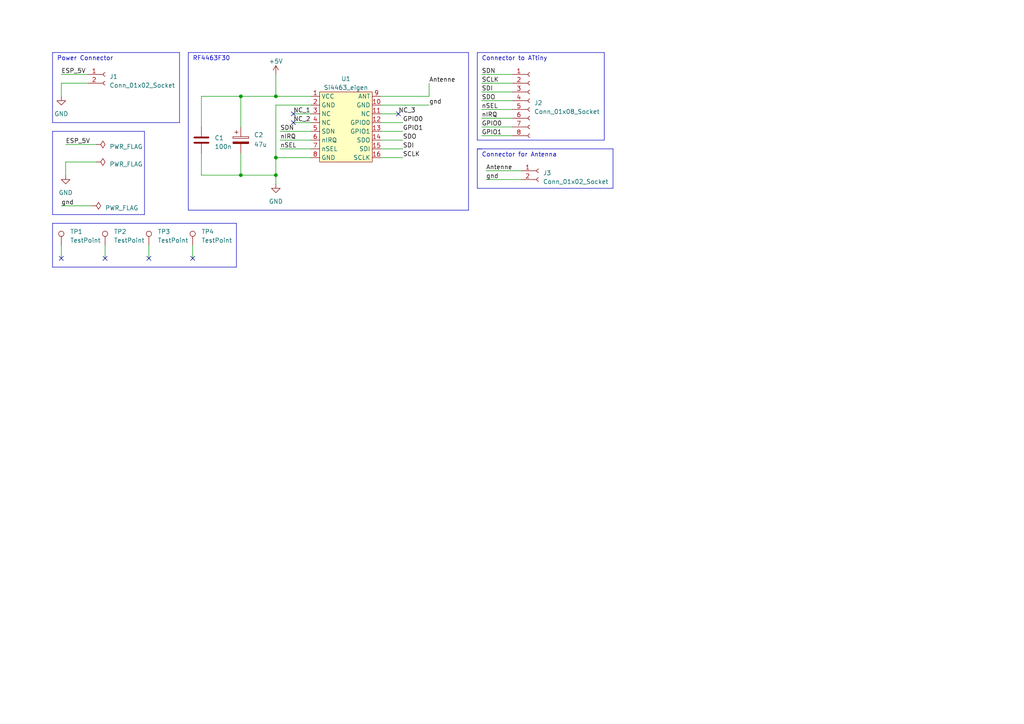
<source format=kicad_sch>
(kicad_sch (version 20230121) (generator eeschema)
  (paper "A4")
  (lib_symbols
    (symbol "Connector:Conn_01x02_Socket" (pin_names (offset 1.016) hide)
      (property "Reference" "J" (at 0 2.54 0))
      (property "Value" "Conn_01x02_Socket" (at 0 -5.08 0))
      (symbol "Conn_01x02_Socket_1_1"
        (arc (start 0 -2.032) (mid -0.5058 -2.54) (end 0 -3.048) (stroke (width 0.1524)))
        (polyline (pts (xy -1.27 -2.54) (xy -0.508 -2.54)) (stroke (width 0.1524)))
        (polyline (pts (xy -1.27 0) (xy -0.508 0)) (stroke (width 0.1524)))
        (arc (start 0 0.508) (mid -0.5058 0) (end 0 -0.508) (stroke (width 0.1524)))
        (pin passive line (at -5.08 0 0) (length 3.81) (name "Pin_1") (number "1"))
        (pin passive line (at -5.08 -2.54 0) (length 3.81) (name "Pin_2") (number "2"))
      )
    )
    (symbol "Connector:Conn_01x08_Socket" (pin_names (offset 1.016) hide)
      (property "Reference" "J" (at 0 10.16 0))
      (property "Value" "Conn_01x08_Socket" (at 0 -12.7 0))
      (symbol "Conn_01x08_Socket_1_1"
        (arc (start 0 -9.652) (mid -0.5058 -10.16) (end 0 -10.668) (stroke (width 0.1524)))
        (arc (start 0 -7.112) (mid -0.5058 -7.62) (end 0 -8.128) (stroke (width 0.1524)))
        (arc (start 0 -4.572) (mid -0.5058 -5.08) (end 0 -5.588) (stroke (width 0.1524)))
        (arc (start 0 -2.032) (mid -0.5058 -2.54) (end 0 -3.048) (stroke (width 0.1524)))
        (polyline (pts (xy -1.27 -10.16) (xy -0.508 -10.16)) (stroke (width 0.1524)))
        (polyline (pts (xy -1.27 -7.62) (xy -0.508 -7.62)) (stroke (width 0.1524)))
        (polyline (pts (xy -1.27 -5.08) (xy -0.508 -5.08)) (stroke (width 0.1524)))
        (polyline (pts (xy -1.27 -2.54) (xy -0.508 -2.54)) (stroke (width 0.1524)))
        (polyline (pts (xy -1.27 0) (xy -0.508 0)) (stroke (width 0.1524)))
        (polyline (pts (xy -1.27 2.54) (xy -0.508 2.54)) (stroke (width 0.1524)))
        (polyline (pts (xy -1.27 5.08) (xy -0.508 5.08)) (stroke (width 0.1524)))
        (polyline (pts (xy -1.27 7.62) (xy -0.508 7.62)) (stroke (width 0.1524)))
        (arc (start 0 0.508) (mid -0.5058 0) (end 0 -0.508) (stroke (width 0.1524)))
        (arc (start 0 3.048) (mid -0.5058 2.54) (end 0 2.032) (stroke (width 0.1524)))
        (arc (start 0 5.588) (mid -0.5058 5.08) (end 0 4.572) (stroke (width 0.1524)))
        (arc (start 0 8.128) (mid -0.5058 7.62) (end 0 7.112) (stroke (width 0.1524)))
        (pin passive line (at -5.08 7.62 0) (length 3.81) (name "Pin_1") (number "1"))
        (pin passive line (at -5.08 5.08 0) (length 3.81) (name "Pin_2") (number "2"))
        (pin passive line (at -5.08 2.54 0) (length 3.81) (name "Pin_3") (number "3"))
        (pin passive line (at -5.08 0 0) (length 3.81) (name "Pin_4") (number "4"))
        (pin passive line (at -5.08 -2.54 0) (length 3.81) (name "Pin_5") (number "5"))
        (pin passive line (at -5.08 -5.08 0) (length 3.81) (name "Pin_6") (number "6"))
        (pin passive line (at -5.08 -7.62 0) (length 3.81) (name "Pin_7") (number "7"))
        (pin passive line (at -5.08 -10.16 0) (length 3.81) (name "Pin_8") (number "8"))
      )
    )
    (symbol "Connector:TestPoint" (pin_numbers hide) (pin_names (offset 0.762) hide)
      (property "Reference" "TP" (at 0 6.858 0))
      (property "Value" "TestPoint" (at 0 5.08 0))
      (symbol "TestPoint_0_1"
        (circle (center 0 3.302) (radius 0.762))
      )
      (symbol "TestPoint_1_1"
        (pin passive line (at 0 0 90) (length 2.54) (name "1") (number "1"))
      )
    )
    (symbol "Device:C" (pin_numbers hide) (pin_names (offset 0.254))
      (property "Reference" "C" (at 0.635 2.54 0))
      (property "Value" "C" (at 0.635 -2.54 0))
      (symbol "C_0_1"
        (polyline (pts (xy -2.032 -0.762) (xy 2.032 -0.762)) (stroke (width 0.508)))
        (polyline (pts (xy -2.032 0.762) (xy 2.032 0.762)) (stroke (width 0.508)))
      )
      (symbol "C_1_1"
        (pin passive line (at 0 3.81 270) (length 2.794) (name "~") (number "1"))
        (pin passive line (at 0 -3.81 90) (length 2.794) (name "~") (number "2"))
      )
    )
    (symbol "Device:C_Polarized" (pin_numbers hide) (pin_names (offset 0.254))
      (property "Reference" "C" (at 0.635 2.54 0))
      (property "Value" "C_Polarized" (at 0.635 -2.54 0))
      (symbol "C_Polarized_0_1"
        (rectangle (start -2.286 0.508) (end 2.286 1.016))
        (polyline (pts (xy -1.778 2.286) (xy -0.762 2.286)))
        (polyline (pts (xy -1.27 2.794) (xy -1.27 1.778)))
        (rectangle (start 2.286 -0.508) (end -2.286 -1.016) (fill (type outline)))
      )
      (symbol "C_Polarized_1_1"
        (pin passive line (at 0 3.81 270) (length 2.794) (name "~") (number "1"))
        (pin passive line (at 0 -3.81 90) (length 2.794) (name "~") (number "2"))
      )
    )
    (symbol "RF:Si4460"
      (property "Reference" "U" (at -6.35 16.51 0))
      (property "Value" "Si4463_eigen" (at 6.35 16.51 0))
      (symbol "Si4460_0_1"
        (rectangle (start -7.62 13.97) (end 7.62 -6.35) (fill (type background)))
      )
      (symbol "Si4460_1_1"
        (pin power_in line (at -10.16 12.7 0) (length 2.54) (name "VCC") (number "1"))
        (pin power_in line (at 10.16 10.16 180) (length 2.54) (name "GND") (number "10"))
        (pin passive line (at 10.16 7.62 180) (length 2.54) (name "NC") (number "11"))
        (pin bidirectional line (at 10.16 5.08 180) (length 2.54) (name "GPIO0") (number "12"))
        (pin bidirectional line (at 10.16 2.54 180) (length 2.54) (name "GPIO1") (number "13"))
        (pin output line (at 10.16 0 180) (length 2.54) (name "SDO") (number "14"))
        (pin input line (at 10.16 -2.54 180) (length 2.54) (name "SDI") (number "15"))
        (pin input line (at 10.16 -5.08 180) (length 2.54) (name "SCLK") (number "16"))
        (pin power_in line (at -10.16 10.16 0) (length 2.54) (name "GND") (number "2"))
        (pin passive line (at -10.16 7.62 0) (length 2.54) (name "NC") (number "3"))
        (pin passive line (at -10.16 5.08 0) (length 2.54) (name "NC") (number "4"))
        (pin input line (at -10.16 2.54 0) (length 2.54) (name "SDN") (number "5"))
        (pin open_collector line (at -10.16 0 0) (length 2.54) (name "nIRQ") (number "6"))
        (pin input line (at -10.16 -2.54 0) (length 2.54) (name "nSEL") (number "7"))
        (pin power_in line (at -10.16 -5.08 0) (length 2.54) (name "GND") (number "8"))
        (pin bidirectional line (at 10.16 12.7 180) (length 2.54) (name "ANT") (number "9"))
      )
    )
    (symbol "power:+5V" (power) (pin_names (offset 0))
      (property "Value" "+5V" (at 0 3.556 0))
      (symbol "+5V_0_1"
        (polyline (pts (xy -0.762 1.27) (xy 0 2.54)))
        (polyline (pts (xy 0 0) (xy 0 2.54)))
        (polyline (pts (xy 0 2.54) (xy 0.762 1.27)))
      )
      (symbol "+5V_1_1"
        (pin power_in line (at 0 0 90) (length 0) hide (name "+5V") (number "1"))
      )
    )
    (symbol "power:GND" (power) (pin_names (offset 0))
      (property "Value" "GND" (at 0 -3.81 0))
      (symbol "GND_0_1"
        (polyline (pts (xy 0 0) (xy 0 -1.27) (xy 1.27 -1.27) (xy 0 -2.54) (xy -1.27 -1.27) (xy 0 -1.27)))
      )
      (symbol "GND_1_1"
        (pin power_in line (at 0 0 270) (length 0) hide (name "GND") (number "1"))
      )
    )
    (symbol "power:PWR_FLAG" (power) (pin_numbers hide) (pin_names (offset 0) hide)
      (property "Value" "PWR_FLAG" (at 0 3.81 0))
      (symbol "PWR_FLAG_0_0"
        (pin power_out line (at 0 0 90) (length 0) (name "pwr") (number "1"))
      )
      (symbol "PWR_FLAG_0_1"
        (polyline (pts (xy 0 0) (xy 0 1.27) (xy -1.016 1.905) (xy 0 2.54) (xy 1.016 1.905) (xy 0 1.27)))
      )
    )
  )
  (junction (at 80.01 50.8))
  (junction (at 69.85 50.8))
  (junction (at 80.01 45.72))
  (junction (at 69.85 27.94))
  (junction (at 80.01 27.94))
  (no_connect (at 30.48 74.93))
  (no_connect (at 85.09 35.56))
  (no_connect (at 85.09 33.02))
  (no_connect (at 55.88 74.93))
  (no_connect (at 43.18 74.93))
  (no_connect (at 115.57 33.02))
  (no_connect (at 17.78 74.93))
  (wire (pts (xy 110.49 30.48) (xy 124.46 30.48)))
  (wire (pts (xy 30.48 71.12) (xy 30.48 74.93)))
  (wire (pts (xy 58.42 36.83) (xy 58.42 27.94)))
  (polyline (pts (xy 68.58 77.47) (xy 15.24 77.47)))
  (wire (pts (xy 58.42 44.45) (xy 58.42 50.8)))
  (wire (pts (xy 110.49 27.94) (xy 124.46 27.94)))
  (wire (pts (xy 81.28 40.64) (xy 90.17 40.64)))
  (wire (pts (xy 69.85 44.45) (xy 69.85 50.8)))
  (wire (pts (xy 139.7 24.13) (xy 148.59 24.13)))
  (polyline (pts (xy 139.7 43.18) (xy 177.8 43.18)))
  (wire (pts (xy 139.7 29.21) (xy 148.59 29.21)))
  (wire (pts (xy 58.42 50.8) (xy 69.85 50.8)))
  (wire (pts (xy 139.7 34.29) (xy 148.59 34.29)))
  (polyline (pts (xy 135.89 60.96) (xy 54.61 60.96)))
  (polyline (pts (xy 52.07 15.24) (xy 52.07 35.56)))
  (wire (pts (xy 124.46 24.13) (xy 124.46 27.94)))
  (polyline (pts (xy 54.61 60.96) (xy 54.61 15.24)))
  (polyline (pts (xy 15.24 35.56) (xy 15.24 15.24)))
  (polyline (pts (xy 41.91 62.23) (xy 15.24 62.23)))
  (wire (pts (xy 55.88 71.12) (xy 55.88 74.93)))
  (polyline (pts (xy 138.43 43.18) (xy 139.7 43.18)))
  (wire (pts (xy 17.78 24.13) (xy 17.78 27.94)))
  (wire (pts (xy 110.49 40.64) (xy 116.84 40.64)))
  (wire (pts (xy 69.85 36.83) (xy 69.85 27.94)))
  (polyline (pts (xy 41.91 38.1) (xy 41.91 62.23)))
  (wire (pts (xy 17.78 59.69) (xy 26.67 59.69)))
  (wire (pts (xy 80.01 30.48) (xy 90.17 30.48)))
  (wire (pts (xy 80.01 27.94) (xy 90.17 27.94)))
  (wire (pts (xy 110.49 43.18) (xy 116.84 43.18)))
  (polyline (pts (xy 15.24 15.24) (xy 52.07 15.24)))
  (wire (pts (xy 43.18 71.12) (xy 43.18 74.93)))
  (polyline (pts (xy 177.8 43.18) (xy 177.8 54.61)))
  (polyline (pts (xy 138.43 43.18) (xy 139.7 43.18)))
  (wire (pts (xy 58.42 27.94) (xy 69.85 27.94)))
  (polyline (pts (xy 175.26 40.64) (xy 138.43 40.64)))
  (polyline (pts (xy 135.89 15.24) (xy 135.89 60.96)))
  (wire (pts (xy 85.09 35.56) (xy 90.17 35.56)))
  (wire (pts (xy 110.49 33.02) (xy 115.57 33.02)))
  (wire (pts (xy 140.97 49.53) (xy 151.13 49.53)))
  (wire (pts (xy 81.28 38.1) (xy 90.17 38.1)))
  (wire (pts (xy 139.7 36.83) (xy 148.59 36.83)))
  (wire (pts (xy 27.94 41.91) (xy 19.05 41.91)))
  (wire (pts (xy 69.85 50.8) (xy 80.01 50.8)))
  (wire (pts (xy 139.7 26.67) (xy 148.59 26.67)))
  (wire (pts (xy 81.28 43.18) (xy 90.17 43.18)))
  (wire (pts (xy 139.7 21.59) (xy 148.59 21.59)))
  (wire (pts (xy 80.01 27.94) (xy 80.01 21.59)))
  (wire (pts (xy 17.78 71.12) (xy 17.78 74.93)))
  (polyline (pts (xy 138.43 40.64) (xy 138.43 15.24)))
  (polyline (pts (xy 68.58 64.77) (xy 68.58 77.47)))
  (polyline (pts (xy 15.24 64.77) (xy 68.58 64.77)))
  (wire (pts (xy 25.4 21.59) (xy 17.78 21.59)))
  (wire (pts (xy 80.01 45.72) (xy 90.17 45.72)))
  (polyline (pts (xy 138.43 43.18) (xy 138.43 54.61)))
  (wire (pts (xy 139.7 31.75) (xy 148.59 31.75)))
  (wire (pts (xy 110.49 35.56) (xy 116.84 35.56)))
  (polyline (pts (xy 138.43 15.24) (xy 175.26 15.24)))
  (wire (pts (xy 85.09 33.02) (xy 90.17 33.02)))
  (polyline (pts (xy 175.26 15.24) (xy 175.26 40.64)))
  (polyline (pts (xy 15.24 38.1) (xy 41.91 38.1)))
  (wire (pts (xy 25.4 24.13) (xy 17.78 24.13)))
  (wire (pts (xy 19.05 46.99) (xy 19.05 50.8)))
  (polyline (pts (xy 15.24 62.23) (xy 15.24 38.1)))
  (wire (pts (xy 27.94 46.99) (xy 19.05 46.99)))
  (wire (pts (xy 139.7 39.37) (xy 148.59 39.37)))
  (polyline (pts (xy 52.07 35.56) (xy 15.24 35.56)))
  (wire (pts (xy 110.49 45.72) (xy 116.84 45.72)))
  (polyline (pts (xy 15.24 77.47) (xy 15.24 64.77)))
  (wire (pts (xy 69.85 27.94) (xy 80.01 27.94)))
  (wire (pts (xy 110.49 38.1) (xy 116.84 38.1)))
  (wire (pts (xy 151.13 52.07) (xy 140.97 52.07)))
  (wire (pts (xy 80.01 45.72) (xy 80.01 50.8)))
  (wire (pts (xy 80.01 50.8) (xy 80.01 53.34)))
  (polyline (pts (xy 54.61 15.24) (xy 135.89 15.24)))
  (wire (pts (xy 80.01 30.48) (xy 80.01 45.72)))
  (polyline (pts (xy 138.43 54.61) (xy 177.8 54.61)))
  (text "Connector for Antenna" (at 139.7 45.72 0) (effects (font (size 1.27 1.27)) (justify left bottom)))
  (text "Connector to ATtiny" (at 139.7 17.78 0) (effects (font (size 1.27 1.27)) (justify left bottom)))
  (text "Power Connector" (at 16.51 17.78 0) (effects (font (size 1.27 1.27)) (justify left bottom)))
  (text "RF4463F30" (at 55.88 17.78 0) (effects (font (size 1.27 1.27)) (justify left bottom)))
  (label "GPIO0" (at 139.7 36.83 0))
  (label "GPIO1" (at 116.84 38.1 0))
  (label "NC_1" (at 85.09 33.02 0))
  (label "SDN" (at 139.7 21.59 0))
  (label "SDO" (at 139.7 29.21 0))
  (label "SDO" (at 116.84 40.64 0))
  (label "Antenne" (at 124.46 24.13 0))
  (label "nSEL" (at 81.28 43.18 0))
  (label "gnd" (at 17.78 59.69 0))
  (label "SDN" (at 81.28 38.1 0))
  (label "GPIO0" (at 116.84 35.56 0))
  (label "gnd" (at 140.97 52.07 0))
  (label "SCLK" (at 139.7 24.13 0))
  (label "Antenne" (at 140.97 49.53 0))
  (label "NC_2" (at 85.09 35.56 0))
  (label "SDI" (at 139.7 26.67 0))
  (label "gnd" (at 124.46 30.48 0))
  (label "nSEL" (at 139.7 31.75 0))
  (label "SCLK" (at 116.84 45.72 0))
  (label "SDI" (at 116.84 43.18 0))
  (label "ESP_5V" (at 17.78 21.59 0))
  (label "ESP_5V" (at 19.05 41.91 0))
  (label "GPIO1" (at 139.7 39.37 0))
  (label "nIRQ" (at 139.7 34.29 0))
  (label "nIRQ" (at 81.28 40.64 0))
  (label "NC_3" (at 115.57 33.02 0))
  (symbol (lib_id "power:GND") (at 80.01 53.34 0) (unit 1)
    (property "Reference" "#PWR06" (effects hide))
    (property "Value" "GND" (at 80.01 58.42 0))
  )
  (symbol (lib_id "Connector:TestPoint") (at 30.48 71.12 0) (unit 1)
    (property "Reference" "TP2" (at 33.02 67.183 0) (effects (justify left)))
    (property "Value" "TestPoint" (at 33.02 69.723 0) (effects (justify left)))
    (property "Footprint" "TestPoint:TestPoint_Plated_Hole_D3.0mm" (effects hide))
  )
  (symbol (lib_id "Connector:TestPoint") (at 43.18 71.12 0) (unit 1)
    (property "Reference" "TP3" (at 45.72 67.183 0) (effects (justify left)))
    (property "Value" "TestPoint" (at 45.72 69.723 0) (effects (justify left)))
    (property "Footprint" "TestPoint:TestPoint_Plated_Hole_D3.0mm" (effects hide))
  )
  (symbol (lib_id "Device:C") (at 58.42 40.64 0) (unit 1)
    (property "Reference" "C1" (at 62.23 40.005 0) (effects (justify left)))
    (property "Value" "100n" (at 62.23 42.545 0) (effects (justify left)))
    (property "Footprint" "Capacitor_SMD:C_1206_3216Metric_Pad1.33x1.80mm_HandSolder" (effects hide))
  )
  (symbol (lib_id "Connector:Conn_01x02_Socket") (at 156.21 49.53 0) (unit 1)
    (property "Reference" "J3" (at 157.48 50.165 0) (effects (justify left)))
    (property "Value" "Conn_01x02_Socket" (at 157.48 52.705 0) (effects (justify left)))
    (property "Footprint" "Connector_JST:JST_EH_B2B-EH-A_1x02_P2.50mm_Vertical" (effects hide))
  )
  (symbol (lib_id "Connector:Conn_01x08_Socket") (at 153.67 29.21 0) (unit 1)
    (property "Reference" "J2" (at 154.94 29.845 0) (effects (justify left)))
    (property "Value" "Conn_01x08_Socket" (at 154.94 32.385 0) (effects (justify left)))
    (property "Footprint" "Connector_PinSocket_2.54mm:PinSocket_1x08_P2.54mm_Vertical" (effects hide))
  )
  (symbol (lib_id "Connector:TestPoint") (at 55.88 71.12 0) (unit 1)
    (property "Reference" "TP4" (at 58.42 67.183 0) (effects (justify left)))
    (property "Value" "TestPoint" (at 58.42 69.723 0) (effects (justify left)))
    (property "Footprint" "TestPoint:TestPoint_Plated_Hole_D3.0mm" (effects hide))
  )
  (symbol (lib_id "Connector:Conn_01x02_Socket") (at 30.48 21.59 0) (unit 1)
    (property "Reference" "J1" (at 31.75 22.225 0) (effects (justify left)))
    (property "Value" "Conn_01x02_Socket" (at 31.75 24.765 0) (effects (justify left)))
    (property "Footprint" "Connector_PinSocket_2.54mm:PinSocket_1x02_P2.54mm_Vertical" (effects hide))
  )
  (symbol (lib_id "power:PWR_FLAG") (at 27.94 41.91 270) (unit 1)
    (property "Reference" "#FLG02" (effects hide))
    (property "Value" "PWR_FLAG" (at 31.75 42.545 90) (effects (justify left)))
  )
  (symbol (lib_id "power:+5V") (at 80.01 21.59 0) (unit 1)
    (property "Reference" "#PWR05" (effects hide))
    (property "Value" "+5V" (at 80.01 17.78 0))
  )
  (symbol (lib_id "power:GND") (at 19.05 50.8 0) (unit 1)
    (property "Reference" "#PWR04" (effects hide))
    (property "Value" "GND" (at 19.05 55.88 0))
  )
  (symbol (lib_id "power:PWR_FLAG") (at 27.94 46.99 270) (unit 1)
    (property "Reference" "#FLG03" (effects hide))
    (property "Value" "PWR_FLAG" (at 31.75 47.625 90) (effects (justify left)))
  )
  (symbol (lib_id "Device:C_Polarized") (at 69.85 40.64 0) (unit 1)
    (property "Reference" "C2" (at 73.66 39.116 0) (effects (justify left)))
    (property "Value" "47u" (at 73.66 41.91 0) (effects (justify left)))
    (property "Footprint" "Capacitor_SMD:C_1206_3216Metric_Pad1.33x1.80mm_HandSolder" (effects hide))
  )
  (symbol (lib_id "power:GND") (at 17.78 27.94 0) (unit 1)
    (property "Reference" "#PWR02" (effects hide))
    (property "Value" "GND" (at 17.78 33.02 0))
  )
  (symbol (lib_id "Connector:TestPoint") (at 17.78 71.12 0) (unit 1)
    (property "Reference" "TP1" (at 20.32 67.183 0) (effects (justify left)))
    (property "Value" "TestPoint" (at 20.32 69.723 0) (effects (justify left)))
    (property "Footprint" "TestPoint:TestPoint_Plated_Hole_D3.0mm" (effects hide))
  )
  (symbol (lib_id "power:PWR_FLAG") (at 26.67 59.69 270) (unit 1)
    (property "Reference" "#FLG01" (effects hide))
    (property "Value" "PWR_FLAG" (at 30.48 60.325 90) (effects (justify left)))
  )
  (symbol (lib_id "RF:Si4460") (at 100.33 40.64 0) (unit 1)
    (property "Reference" "U1" (at 100.33 22.86 0))
    (property "Value" "Si4463_eigen" (at 100.33 25.4 0))
    (property "Footprint" "RF:Si4463" (effects hide))
    (property "Datasheet" "https://www.silabs.com/documents/public/data-sheets/Si4464-63-61-60.pdf" (effects hide))
  )
)
</source>
